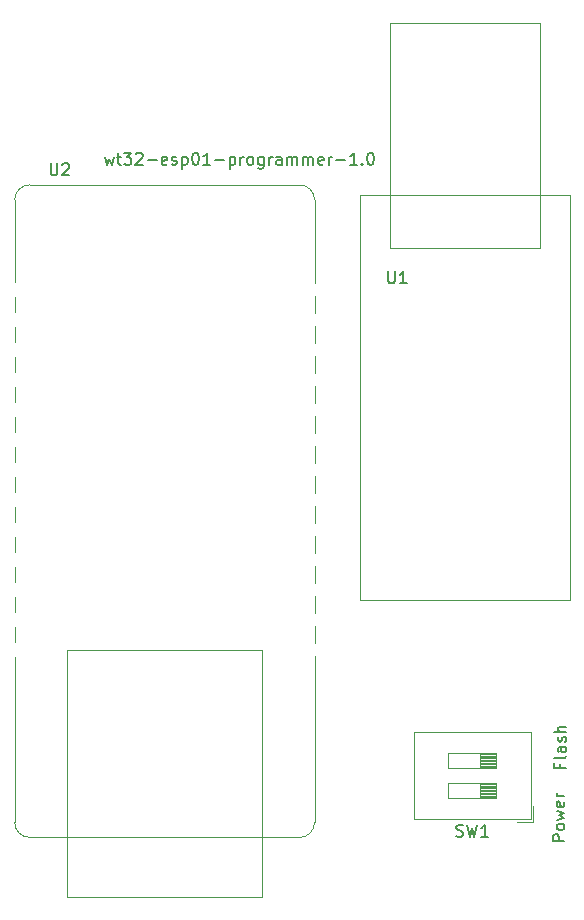
<source format=gto>
G04 #@! TF.GenerationSoftware,KiCad,Pcbnew,5.99.0-unknown-9f841da98e~134~ubuntu20.04.1*
G04 #@! TF.CreationDate,2021-11-20T11:12:31+01:00*
G04 #@! TF.ProjectId,wt32-esp01-programmer,77743332-2d65-4737-9030-312d70726f67,rev?*
G04 #@! TF.SameCoordinates,Original*
G04 #@! TF.FileFunction,Legend,Top*
G04 #@! TF.FilePolarity,Positive*
%FSLAX46Y46*%
G04 Gerber Fmt 4.6, Leading zero omitted, Abs format (unit mm)*
G04 Created by KiCad (PCBNEW 5.99.0-unknown-9f841da98e~134~ubuntu20.04.1) date 2021-11-20 11:12:31*
%MOMM*%
%LPD*%
G01*
G04 APERTURE LIST*
%ADD10C,0.150000*%
%ADD11C,0.120000*%
%ADD12C,1.778000*%
%ADD13R,1.600000X1.600000*%
%ADD14O,1.600000X1.600000*%
%ADD15C,2.032000*%
%ADD16O,3.048000X1.524000*%
G04 APERTURE END LIST*
D10*
X142819380Y-111831190D02*
X141819380Y-111831190D01*
X141819380Y-111450238D01*
X141867000Y-111355000D01*
X141914619Y-111307380D01*
X142009857Y-111259761D01*
X142152714Y-111259761D01*
X142247952Y-111307380D01*
X142295571Y-111355000D01*
X142343190Y-111450238D01*
X142343190Y-111831190D01*
X142819380Y-110688333D02*
X142771761Y-110783571D01*
X142724142Y-110831190D01*
X142628904Y-110878809D01*
X142343190Y-110878809D01*
X142247952Y-110831190D01*
X142200333Y-110783571D01*
X142152714Y-110688333D01*
X142152714Y-110545476D01*
X142200333Y-110450238D01*
X142247952Y-110402619D01*
X142343190Y-110355000D01*
X142628904Y-110355000D01*
X142724142Y-110402619D01*
X142771761Y-110450238D01*
X142819380Y-110545476D01*
X142819380Y-110688333D01*
X142152714Y-110021666D02*
X142819380Y-109831190D01*
X142343190Y-109640714D01*
X142819380Y-109450238D01*
X142152714Y-109259761D01*
X142771761Y-108497857D02*
X142819380Y-108593095D01*
X142819380Y-108783571D01*
X142771761Y-108878809D01*
X142676523Y-108926428D01*
X142295571Y-108926428D01*
X142200333Y-108878809D01*
X142152714Y-108783571D01*
X142152714Y-108593095D01*
X142200333Y-108497857D01*
X142295571Y-108450238D01*
X142390809Y-108450238D01*
X142486047Y-108926428D01*
X142819380Y-108021666D02*
X142152714Y-108021666D01*
X142343190Y-108021666D02*
X142247952Y-107974047D01*
X142200333Y-107926428D01*
X142152714Y-107831190D01*
X142152714Y-107735952D01*
X103911238Y-53887714D02*
X104101714Y-54554380D01*
X104292190Y-54078190D01*
X104482666Y-54554380D01*
X104673142Y-53887714D01*
X104911238Y-53887714D02*
X105292190Y-53887714D01*
X105054095Y-53554380D02*
X105054095Y-54411523D01*
X105101714Y-54506761D01*
X105196952Y-54554380D01*
X105292190Y-54554380D01*
X105530285Y-53554380D02*
X106149333Y-53554380D01*
X105816000Y-53935333D01*
X105958857Y-53935333D01*
X106054095Y-53982952D01*
X106101714Y-54030571D01*
X106149333Y-54125809D01*
X106149333Y-54363904D01*
X106101714Y-54459142D01*
X106054095Y-54506761D01*
X105958857Y-54554380D01*
X105673142Y-54554380D01*
X105577904Y-54506761D01*
X105530285Y-54459142D01*
X106530285Y-53649619D02*
X106577904Y-53602000D01*
X106673142Y-53554380D01*
X106911238Y-53554380D01*
X107006476Y-53602000D01*
X107054095Y-53649619D01*
X107101714Y-53744857D01*
X107101714Y-53840095D01*
X107054095Y-53982952D01*
X106482666Y-54554380D01*
X107101714Y-54554380D01*
X107530285Y-54173428D02*
X108292190Y-54173428D01*
X109149333Y-54506761D02*
X109054095Y-54554380D01*
X108863619Y-54554380D01*
X108768380Y-54506761D01*
X108720761Y-54411523D01*
X108720761Y-54030571D01*
X108768380Y-53935333D01*
X108863619Y-53887714D01*
X109054095Y-53887714D01*
X109149333Y-53935333D01*
X109196952Y-54030571D01*
X109196952Y-54125809D01*
X108720761Y-54221047D01*
X109577904Y-54506761D02*
X109673142Y-54554380D01*
X109863619Y-54554380D01*
X109958857Y-54506761D01*
X110006476Y-54411523D01*
X110006476Y-54363904D01*
X109958857Y-54268666D01*
X109863619Y-54221047D01*
X109720761Y-54221047D01*
X109625523Y-54173428D01*
X109577904Y-54078190D01*
X109577904Y-54030571D01*
X109625523Y-53935333D01*
X109720761Y-53887714D01*
X109863619Y-53887714D01*
X109958857Y-53935333D01*
X110435047Y-53887714D02*
X110435047Y-54887714D01*
X110435047Y-53935333D02*
X110530285Y-53887714D01*
X110720761Y-53887714D01*
X110816000Y-53935333D01*
X110863619Y-53982952D01*
X110911238Y-54078190D01*
X110911238Y-54363904D01*
X110863619Y-54459142D01*
X110816000Y-54506761D01*
X110720761Y-54554380D01*
X110530285Y-54554380D01*
X110435047Y-54506761D01*
X111530285Y-53554380D02*
X111625523Y-53554380D01*
X111720761Y-53602000D01*
X111768380Y-53649619D01*
X111816000Y-53744857D01*
X111863619Y-53935333D01*
X111863619Y-54173428D01*
X111816000Y-54363904D01*
X111768380Y-54459142D01*
X111720761Y-54506761D01*
X111625523Y-54554380D01*
X111530285Y-54554380D01*
X111435047Y-54506761D01*
X111387428Y-54459142D01*
X111339809Y-54363904D01*
X111292190Y-54173428D01*
X111292190Y-53935333D01*
X111339809Y-53744857D01*
X111387428Y-53649619D01*
X111435047Y-53602000D01*
X111530285Y-53554380D01*
X112816000Y-54554380D02*
X112244571Y-54554380D01*
X112530285Y-54554380D02*
X112530285Y-53554380D01*
X112435047Y-53697238D01*
X112339809Y-53792476D01*
X112244571Y-53840095D01*
X113244571Y-54173428D02*
X114006476Y-54173428D01*
X114482666Y-53887714D02*
X114482666Y-54887714D01*
X114482666Y-53935333D02*
X114577904Y-53887714D01*
X114768380Y-53887714D01*
X114863619Y-53935333D01*
X114911238Y-53982952D01*
X114958857Y-54078190D01*
X114958857Y-54363904D01*
X114911238Y-54459142D01*
X114863619Y-54506761D01*
X114768380Y-54554380D01*
X114577904Y-54554380D01*
X114482666Y-54506761D01*
X115387428Y-54554380D02*
X115387428Y-53887714D01*
X115387428Y-54078190D02*
X115435047Y-53982952D01*
X115482666Y-53935333D01*
X115577904Y-53887714D01*
X115673142Y-53887714D01*
X116149333Y-54554380D02*
X116054095Y-54506761D01*
X116006476Y-54459142D01*
X115958857Y-54363904D01*
X115958857Y-54078190D01*
X116006476Y-53982952D01*
X116054095Y-53935333D01*
X116149333Y-53887714D01*
X116292190Y-53887714D01*
X116387428Y-53935333D01*
X116435047Y-53982952D01*
X116482666Y-54078190D01*
X116482666Y-54363904D01*
X116435047Y-54459142D01*
X116387428Y-54506761D01*
X116292190Y-54554380D01*
X116149333Y-54554380D01*
X117339809Y-53887714D02*
X117339809Y-54697238D01*
X117292190Y-54792476D01*
X117244571Y-54840095D01*
X117149333Y-54887714D01*
X117006476Y-54887714D01*
X116911238Y-54840095D01*
X117339809Y-54506761D02*
X117244571Y-54554380D01*
X117054095Y-54554380D01*
X116958857Y-54506761D01*
X116911238Y-54459142D01*
X116863619Y-54363904D01*
X116863619Y-54078190D01*
X116911238Y-53982952D01*
X116958857Y-53935333D01*
X117054095Y-53887714D01*
X117244571Y-53887714D01*
X117339809Y-53935333D01*
X117816000Y-54554380D02*
X117816000Y-53887714D01*
X117816000Y-54078190D02*
X117863619Y-53982952D01*
X117911238Y-53935333D01*
X118006476Y-53887714D01*
X118101714Y-53887714D01*
X118863619Y-54554380D02*
X118863619Y-54030571D01*
X118816000Y-53935333D01*
X118720761Y-53887714D01*
X118530285Y-53887714D01*
X118435047Y-53935333D01*
X118863619Y-54506761D02*
X118768380Y-54554380D01*
X118530285Y-54554380D01*
X118435047Y-54506761D01*
X118387428Y-54411523D01*
X118387428Y-54316285D01*
X118435047Y-54221047D01*
X118530285Y-54173428D01*
X118768380Y-54173428D01*
X118863619Y-54125809D01*
X119339809Y-54554380D02*
X119339809Y-53887714D01*
X119339809Y-53982952D02*
X119387428Y-53935333D01*
X119482666Y-53887714D01*
X119625523Y-53887714D01*
X119720761Y-53935333D01*
X119768380Y-54030571D01*
X119768380Y-54554380D01*
X119768380Y-54030571D02*
X119816000Y-53935333D01*
X119911238Y-53887714D01*
X120054095Y-53887714D01*
X120149333Y-53935333D01*
X120196952Y-54030571D01*
X120196952Y-54554380D01*
X120673142Y-54554380D02*
X120673142Y-53887714D01*
X120673142Y-53982952D02*
X120720761Y-53935333D01*
X120816000Y-53887714D01*
X120958857Y-53887714D01*
X121054095Y-53935333D01*
X121101714Y-54030571D01*
X121101714Y-54554380D01*
X121101714Y-54030571D02*
X121149333Y-53935333D01*
X121244571Y-53887714D01*
X121387428Y-53887714D01*
X121482666Y-53935333D01*
X121530285Y-54030571D01*
X121530285Y-54554380D01*
X122387428Y-54506761D02*
X122292190Y-54554380D01*
X122101714Y-54554380D01*
X122006476Y-54506761D01*
X121958857Y-54411523D01*
X121958857Y-54030571D01*
X122006476Y-53935333D01*
X122101714Y-53887714D01*
X122292190Y-53887714D01*
X122387428Y-53935333D01*
X122435047Y-54030571D01*
X122435047Y-54125809D01*
X121958857Y-54221047D01*
X122863619Y-54554380D02*
X122863619Y-53887714D01*
X122863619Y-54078190D02*
X122911238Y-53982952D01*
X122958857Y-53935333D01*
X123054095Y-53887714D01*
X123149333Y-53887714D01*
X123482666Y-54173428D02*
X124244571Y-54173428D01*
X125244571Y-54554380D02*
X124673142Y-54554380D01*
X124958857Y-54554380D02*
X124958857Y-53554380D01*
X124863619Y-53697238D01*
X124768380Y-53792476D01*
X124673142Y-53840095D01*
X125673142Y-54459142D02*
X125720761Y-54506761D01*
X125673142Y-54554380D01*
X125625523Y-54506761D01*
X125673142Y-54459142D01*
X125673142Y-54554380D01*
X126339809Y-53554380D02*
X126435047Y-53554380D01*
X126530285Y-53602000D01*
X126577904Y-53649619D01*
X126625523Y-53744857D01*
X126673142Y-53935333D01*
X126673142Y-54173428D01*
X126625523Y-54363904D01*
X126577904Y-54459142D01*
X126530285Y-54506761D01*
X126435047Y-54554380D01*
X126339809Y-54554380D01*
X126244571Y-54506761D01*
X126196952Y-54459142D01*
X126149333Y-54363904D01*
X126101714Y-54173428D01*
X126101714Y-53935333D01*
X126149333Y-53744857D01*
X126196952Y-53649619D01*
X126244571Y-53602000D01*
X126339809Y-53554380D01*
X142422571Y-105314571D02*
X142422571Y-105647904D01*
X142946380Y-105647904D02*
X141946380Y-105647904D01*
X141946380Y-105171714D01*
X142946380Y-104647904D02*
X142898761Y-104743142D01*
X142803523Y-104790761D01*
X141946380Y-104790761D01*
X142946380Y-103838380D02*
X142422571Y-103838380D01*
X142327333Y-103886000D01*
X142279714Y-103981238D01*
X142279714Y-104171714D01*
X142327333Y-104266952D01*
X142898761Y-103838380D02*
X142946380Y-103933619D01*
X142946380Y-104171714D01*
X142898761Y-104266952D01*
X142803523Y-104314571D01*
X142708285Y-104314571D01*
X142613047Y-104266952D01*
X142565428Y-104171714D01*
X142565428Y-103933619D01*
X142517809Y-103838380D01*
X142898761Y-103409809D02*
X142946380Y-103314571D01*
X142946380Y-103124095D01*
X142898761Y-103028857D01*
X142803523Y-102981238D01*
X142755904Y-102981238D01*
X142660666Y-103028857D01*
X142613047Y-103124095D01*
X142613047Y-103266952D01*
X142565428Y-103362190D01*
X142470190Y-103409809D01*
X142422571Y-103409809D01*
X142327333Y-103362190D01*
X142279714Y-103266952D01*
X142279714Y-103124095D01*
X142327333Y-103028857D01*
X142946380Y-102552666D02*
X141946380Y-102552666D01*
X142946380Y-102124095D02*
X142422571Y-102124095D01*
X142327333Y-102171714D01*
X142279714Y-102266952D01*
X142279714Y-102409809D01*
X142327333Y-102505047D01*
X142374952Y-102552666D01*
X127889095Y-63587380D02*
X127889095Y-64396904D01*
X127936714Y-64492142D01*
X127984333Y-64539761D01*
X128079571Y-64587380D01*
X128270047Y-64587380D01*
X128365285Y-64539761D01*
X128412904Y-64492142D01*
X128460523Y-64396904D01*
X128460523Y-63587380D01*
X129460523Y-64587380D02*
X128889095Y-64587380D01*
X129174809Y-64587380D02*
X129174809Y-63587380D01*
X129079571Y-63730238D01*
X128984333Y-63825476D01*
X128889095Y-63873095D01*
X133667666Y-111393761D02*
X133810523Y-111441380D01*
X134048619Y-111441380D01*
X134143857Y-111393761D01*
X134191476Y-111346142D01*
X134239095Y-111250904D01*
X134239095Y-111155666D01*
X134191476Y-111060428D01*
X134143857Y-111012809D01*
X134048619Y-110965190D01*
X133858142Y-110917571D01*
X133762904Y-110869952D01*
X133715285Y-110822333D01*
X133667666Y-110727095D01*
X133667666Y-110631857D01*
X133715285Y-110536619D01*
X133762904Y-110489000D01*
X133858142Y-110441380D01*
X134096238Y-110441380D01*
X134239095Y-110489000D01*
X134572428Y-110441380D02*
X134810523Y-111441380D01*
X135001000Y-110727095D01*
X135191476Y-111441380D01*
X135429571Y-110441380D01*
X136334333Y-111441380D02*
X135762904Y-111441380D01*
X136048619Y-111441380D02*
X136048619Y-110441380D01*
X135953380Y-110584238D01*
X135858142Y-110679476D01*
X135762904Y-110727095D01*
X99314095Y-54443380D02*
X99314095Y-55252904D01*
X99361714Y-55348142D01*
X99409333Y-55395761D01*
X99504571Y-55443380D01*
X99695047Y-55443380D01*
X99790285Y-55395761D01*
X99837904Y-55348142D01*
X99885523Y-55252904D01*
X99885523Y-54443380D01*
X100314095Y-54538619D02*
X100361714Y-54491000D01*
X100456952Y-54443380D01*
X100695047Y-54443380D01*
X100790285Y-54491000D01*
X100837904Y-54538619D01*
X100885523Y-54633857D01*
X100885523Y-54729095D01*
X100837904Y-54871952D01*
X100266476Y-55443380D01*
X100885523Y-55443380D01*
D11*
X140716000Y-42545000D02*
X140716000Y-61595000D01*
X143256000Y-57150000D02*
X143256000Y-91440000D01*
X128016000Y-61595000D02*
X140716000Y-61595000D01*
X128016000Y-61595000D02*
X128016000Y-42545000D01*
X128016000Y-42545000D02*
X140716000Y-42545000D01*
X125476000Y-91440000D02*
X125476000Y-57150000D01*
X125476000Y-57150000D02*
X143256000Y-57150000D01*
X143256000Y-91440000D02*
X125476000Y-91440000D01*
X135677667Y-105664000D02*
X135677667Y-104394000D01*
X137031000Y-104824000D02*
X135677667Y-104824000D01*
X137031000Y-107364000D02*
X135677667Y-107364000D01*
X135677667Y-108204000D02*
X135677667Y-106934000D01*
X132971000Y-106934000D02*
X132971000Y-108204000D01*
X137031000Y-105304000D02*
X135677667Y-105304000D01*
X137031000Y-105544000D02*
X135677667Y-105544000D01*
X139951000Y-102609000D02*
X130051000Y-102609000D01*
X137031000Y-104464000D02*
X135677667Y-104464000D01*
X137031000Y-108204000D02*
X137031000Y-106934000D01*
X137031000Y-107004000D02*
X135677667Y-107004000D01*
X137031000Y-105184000D02*
X135677667Y-105184000D01*
X132971000Y-104394000D02*
X132971000Y-105664000D01*
X137031000Y-104394000D02*
X132971000Y-104394000D01*
X132971000Y-105664000D02*
X137031000Y-105664000D01*
X137031000Y-107964000D02*
X135677667Y-107964000D01*
X139951000Y-109989000D02*
X139951000Y-102609000D01*
X137031000Y-107604000D02*
X135677667Y-107604000D01*
X137031000Y-105064000D02*
X135677667Y-105064000D01*
X139951000Y-109989000D02*
X130051000Y-109989000D01*
X137031000Y-105664000D02*
X137031000Y-104394000D01*
X140191000Y-110229000D02*
X138807000Y-110229000D01*
X137031000Y-107484000D02*
X135677667Y-107484000D01*
X137031000Y-107724000D02*
X135677667Y-107724000D01*
X137031000Y-105424000D02*
X135677667Y-105424000D01*
X132971000Y-108204000D02*
X137031000Y-108204000D01*
X137031000Y-107844000D02*
X135677667Y-107844000D01*
X137031000Y-104704000D02*
X135677667Y-104704000D01*
X130051000Y-109989000D02*
X130051000Y-102609000D01*
X137031000Y-107124000D02*
X135677667Y-107124000D01*
X137031000Y-104584000D02*
X135677667Y-104584000D01*
X137031000Y-107244000D02*
X135677667Y-107244000D01*
X140191000Y-110229000D02*
X140191000Y-108846000D01*
X137031000Y-104944000D02*
X135677667Y-104944000D01*
X137031000Y-106934000D02*
X132971000Y-106934000D01*
X137031000Y-108084000D02*
X135677667Y-108084000D01*
X96266000Y-57531000D02*
X96266000Y-110236000D01*
X100711000Y-116586000D02*
X100711000Y-95631000D01*
X121666000Y-110236000D02*
X121666000Y-57531000D01*
X100711000Y-95631000D02*
X117221000Y-95631000D01*
X97536000Y-111506000D02*
X120396000Y-111506000D01*
X117221000Y-116586000D02*
X100711000Y-116586000D01*
X120396000Y-56261000D02*
X97536000Y-56261000D01*
X117221000Y-95631000D02*
X117221000Y-116586000D01*
X120396000Y-56261000D02*
G75*
G02*
X121666000Y-57531000I0J-1270000D01*
G01*
X96266000Y-57531000D02*
G75*
G02*
X97536000Y-56261000I1270000J0D01*
G01*
X97536000Y-111506000D02*
G75*
G02*
X96266000Y-110236000I0J1270000D01*
G01*
X121666000Y-110236000D02*
G75*
G02*
X120396000Y-111506000I-1270000J0D01*
G01*
%LPC*%
D12*
X138176000Y-87630000D03*
X138176000Y-90170000D03*
X135636000Y-87630000D03*
X135636000Y-90170000D03*
X133096000Y-87630000D03*
X133096000Y-90170000D03*
X130556000Y-87630000D03*
X130556000Y-90170000D03*
D13*
X138811000Y-107569000D03*
D14*
X138811000Y-105029000D03*
X131191000Y-105029000D03*
X131191000Y-107569000D03*
D15*
X120396000Y-110236000D03*
X97536000Y-110236000D03*
D16*
X120396000Y-65151000D03*
X120396000Y-67691000D03*
X120396000Y-70231000D03*
X120396000Y-72771000D03*
X120396000Y-75311000D03*
X120396000Y-77851000D03*
X120396000Y-80391000D03*
X120396000Y-82931000D03*
X120396000Y-85471000D03*
X120396000Y-88011000D03*
X120396000Y-90551000D03*
X120396000Y-93091000D03*
X120396000Y-95631000D03*
X97536000Y-95631000D03*
X97536000Y-93091000D03*
X97536000Y-90551000D03*
X97536000Y-88011000D03*
X97536000Y-85471000D03*
X97536000Y-82931000D03*
X97536000Y-80391000D03*
X97536000Y-77851000D03*
X97536000Y-75311000D03*
X97536000Y-72771000D03*
X97536000Y-70231000D03*
X97536000Y-67691000D03*
X97536000Y-65151000D03*
M02*

</source>
